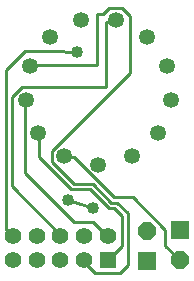
<source format=gbl>
G75*
%MOIN*%
%OFA0B0*%
%FSLAX24Y24*%
%IPPOS*%
%LPD*%
%AMOC8*
5,1,8,0,0,1.08239X$1,22.5*
%
%ADD10R,0.0560X0.0560*%
%ADD11C,0.0560*%
%ADD12R,0.0600X0.0600*%
%ADD13OC8,0.0600*%
%ADD14C,0.0531*%
%ADD15C,0.0100*%
%ADD16C,0.0400*%
D10*
X004096Y001915D03*
D11*
X000946Y001915D03*
X000946Y002702D03*
X001734Y002702D03*
X001734Y001915D03*
X002521Y001915D03*
X002521Y002702D03*
X003309Y002702D03*
X003309Y001915D03*
X004096Y002702D03*
D12*
X005419Y001887D03*
X006517Y002907D03*
D13*
X006517Y001907D03*
X005419Y002887D03*
D14*
X003785Y005096D03*
X002653Y005375D03*
X001779Y006149D03*
X001366Y007239D03*
X001506Y008397D03*
X002169Y009357D03*
X003202Y009899D03*
X004368Y009899D03*
X005401Y009357D03*
X006064Y008397D03*
X006204Y007239D03*
X005791Y006149D03*
X004918Y005375D03*
D15*
X004943Y004007D02*
X004313Y004007D01*
X002963Y005357D01*
X002693Y005357D01*
X002653Y005375D01*
X002243Y005537D02*
X002243Y005177D01*
X002963Y004457D01*
X003593Y004457D01*
X004223Y003827D01*
X004403Y003827D01*
X004763Y003467D01*
X004763Y001757D01*
X004493Y001487D01*
X003683Y001487D01*
X003323Y001847D01*
X003309Y001915D01*
X004096Y001915D02*
X004133Y001937D01*
X004583Y002387D01*
X004583Y003377D01*
X004313Y003647D01*
X004133Y003647D01*
X003503Y004277D01*
X002873Y004277D01*
X001793Y005357D01*
X001793Y006077D01*
X001779Y006149D01*
X002243Y005537D02*
X004853Y008147D01*
X004853Y010037D01*
X004583Y010307D01*
X004133Y010307D01*
X003953Y010127D01*
X003756Y010116D01*
X003750Y008417D01*
X001523Y008417D01*
X001506Y008397D01*
X001343Y008867D02*
X000713Y008237D01*
X000713Y002927D01*
X000893Y002747D01*
X000946Y002702D01*
X002513Y002747D02*
X000893Y004367D01*
X000893Y007337D01*
X001253Y007697D01*
X004049Y007697D01*
X004043Y009857D01*
X004313Y009857D01*
X004368Y009899D01*
X003059Y008856D02*
X002243Y008867D01*
X001343Y008867D01*
X001366Y007239D02*
X001343Y007157D01*
X001343Y004817D01*
X002963Y003197D01*
X003593Y003197D01*
X004043Y002747D01*
X004096Y002702D01*
X003621Y003642D02*
X003306Y003760D01*
X002783Y003917D01*
X002513Y002747D02*
X002521Y002702D01*
X004943Y004007D02*
X006023Y002927D01*
X006023Y002387D01*
X006473Y001937D01*
X006517Y001907D01*
D16*
X003621Y003642D03*
X002783Y003917D03*
X003059Y008856D03*
M02*

</source>
